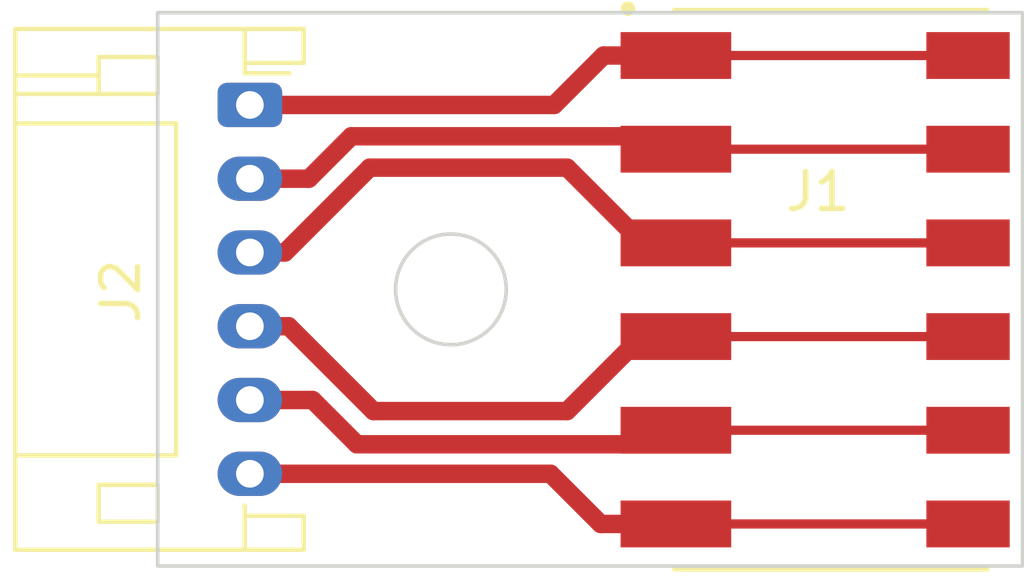
<source format=kicad_pcb>
(kicad_pcb (version 20211014) (generator pcbnew)
  (layers (0 "F.Cu" signal) (31 "B.Cu" signal) (34 "B.Paste" user) (35 "F.Paste" user) (36 "B.SilkS" user "B.Silkscreen") (37 "F.SilkS" user "F.Silkscreen") (38 "B.Mask" user) (39 "F.Mask" user) (44 "Edge.Cuts" user))
  (net 0 "")
  (net 1 "Net-(J1-Pad1)")
  (net 2 "Net-(J1-Pad11)")
  (net 3 "Net-(J1-Pad10)")
  (net 4 "Net-(J1-Pad4)")
  (net 5 "Net-(J1-Pad5)")
  (net 6 "Net-(J1-Pad6)")
  (footprint "70AAJ-6-M0G:BOURNS_70AAJ-6-M0G" (layer "F.Cu") (at 81.25 59.36)
    (fp_text reference "J1" (at -0.35 -2.66) (layer "F.SilkS"))
    (fp_text value "70AAJ-6-M0G" hide)
    (fp_line (start 4.24 7.58) (end -4.24 7.58) (layer "F.SilkS") (width 0.127))
    (fp_line (start 4.24 -7.58) (end -4.24 -7.58) (layer "F.SilkS") (width 0.127))
    (fp_circle (center -5.5 -7.62) (end -5.4 -7.62) (layer "F.SilkS") (width 0.2) (fill none))
    (pad "1" smd rect locked (at -4.2 -6.35) (size 3 1.27) (layers "F.Cu" "F.Paste" "F.Mask") (net 1 "Net-(J1-Pad1)"))
    (pad "2" smd rect locked (at -4.2 -3.81) (size 3 1.27) (layers "F.Cu" "F.Paste" "F.Mask") (net 2 "Net-(J1-Pad11)"))
    (pad "3" smd rect locked (at -4.2 -1.27) (size 3 1.27) (layers "F.Cu" "F.Paste" "F.Mask") (net 3 "Net-(J1-Pad10)"))
    (pad "4" smd rect locked (at -4.2 1.27) (size 3 1.27) (layers "F.Cu" "F.Paste" "F.Mask") (net 4 "Net-(J1-Pad4)"))
    (pad "5" smd rect locked (at -4.2 3.81) (size 3 1.27) (layers "F.Cu" "F.Paste" "F.Mask") (net 5 "Net-(J1-Pad5)"))
    (pad "6" smd rect locked (at -4.2 6.35) (size 3 1.27) (layers "F.Cu" "F.Paste" "F.Mask") (net 6 "Net-(J1-Pad6)"))
    (pad "7" smd rect locked (at 3.72 6.35) (size 2.26 1.27) (layers "F.Cu" "F.Paste" "F.Mask") (net 6 "Net-(J1-Pad6)"))
    (pad "8" smd rect locked (at 3.72 3.81) (size 2.26 1.27) (layers "F.Cu" "F.Paste" "F.Mask") (net 5 "Net-(J1-Pad5)"))
    (pad "9" smd rect locked (at 3.72 1.27) (size 2.26 1.27) (layers "F.Cu" "F.Paste" "F.Mask") (net 4 "Net-(J1-Pad4)"))
    (pad "10" smd rect locked (at 3.72 -1.27) (size 2.26 1.27) (layers "F.Cu" "F.Paste" "F.Mask") (net 3 "Net-(J1-Pad10)"))
    (pad "11" smd rect locked (at 3.72 -3.81) (size 2.26 1.27) (layers "F.Cu" "F.Paste" "F.Mask") (net 2 "Net-(J1-Pad11)"))
    (pad "12" smd rect locked (at 3.72 -6.35) (size 2.26 1.27) (layers "F.Cu" "F.Paste" "F.Mask") (net 1 "Net-(J1-Pad1)"))
  )
  (footprint "Connector_JST:JST_PH_S6B-PH-K_1x06_P2.00mm_Horizontal" (layer "F.Cu") (at 65.5 54.35 -90)
    (fp_text reference "J2" (at 5.05 3.5 90) (layer "F.SilkS"))
    (fp_text value "Conn_01x06" hide)
    (fp_line (start -0.3 4.1) (end -0.3 2.5) (layer "F.SilkS") (width 0.12))
    (fp_line (start -2.06 6.36) (end 12.06 6.36) (layer "F.SilkS") (width 0.12))
    (fp_line (start 11.3 4.1) (end 10.3 4.1) (layer "F.SilkS") (width 0.12))
    (fp_line (start -2.06 -1.46) (end -2.06 6.36) (layer "F.SilkS") (width 0.12))
    (fp_line (start 12.06 -1.46) (end 11.14 -1.46) (layer "F.SilkS") (width 0.12))
    (fp_line (start -0.3 4.1) (end -0.3 6.36) (layer "F.SilkS") (width 0.12))
    (fp_line (start 10.3 4.1) (end 10.3 2.5) (layer "F.SilkS") (width 0.12))
    (fp_line (start 12.06 6.36) (end 12.06 -1.46) (layer "F.SilkS") (width 0.12))
    (fp_line (start 12.06 0.14) (end 11.14 0.14) (layer "F.SilkS") (width 0.12))
    (fp_line (start 10.3 2.5) (end 11.3 2.5) (layer "F.SilkS") (width 0.12))
    (fp_line (start -1.3 2.5) (end -1.3 4.1) (layer "F.SilkS") (width 0.12))
    (fp_line (start 0.5 6.36) (end 0.5 2) (layer "F.SilkS") (width 0.12))
    (fp_line (start -1.14 -1.46) (end -2.06 -1.46) (layer "F.SilkS") (width 0.12))
    (fp_line (start -1.14 0.14) (end -1.14 -1.46) (layer "F.SilkS") (width 0.12))
    (fp_line (start -0.3 2.5) (end -1.3 2.5) (layer "F.SilkS") (width 0.12))
    (fp_line (start -1.3 4.1) (end -0.3 4.1) (layer "F.SilkS") (width 0.12))
    (fp_line (start -0.86 0.14) (end -0.86 -1.075) (layer "F.SilkS") (width 0.12))
    (fp_line (start 11.3 2.5) (end 11.3 4.1) (layer "F.SilkS") (width 0.12))
    (fp_line (start -2.06 0.14) (end -1.14 0.14) (layer "F.SilkS") (width 0.12))
    (fp_line (start 0.5 2) (end 9.5 2) (layer "F.SilkS") (width 0.12))
    (fp_line (start 11.14 0.14) (end 10.86 0.14) (layer "F.SilkS") (width 0.12))
    (fp_line (start -0.86 0.14) (end -1.14 0.14) (layer "F.SilkS") (width 0.12))
    (fp_line (start 11.14 -1.46) (end 11.14 0.14) (layer "F.SilkS") (width 0.12))
    (fp_line (start -0.8 4.1) (end -0.8 6.36) (layer "F.SilkS") (width 0.12))
    (fp_line (start 9.5 2) (end 9.5 6.36) (layer "F.SilkS") (width 0.12))
    (pad "1" thru_hole roundrect (at 0 0 270) (size 1.2 1.75) (drill 0.75) (layers *.Cu *.Mask) (roundrect_rratio 0.208333) (net 1 "Net-(J1-Pad1)"))
    (pad "2" thru_hole oval (at 2 0 270) (size 1.2 1.75) (drill 0.75) (layers *.Cu *.Mask) (net 2 "Net-(J1-Pad11)"))
    (pad "3" thru_hole oval (at 4 0 270) (size 1.2 1.75) (drill 0.75) (layers *.Cu *.Mask) (net 3 "Net-(J1-Pad10)"))
    (pad "4" thru_hole oval (at 6 0 270) (size 1.2 1.75) (drill 0.75) (layers *.Cu *.Mask) (net 4 "Net-(J1-Pad4)"))
    (pad "5" thru_hole oval (at 8 0 270) (size 1.2 1.75) (drill 0.75) (layers *.Cu *.Mask) (net 5 "Net-(J1-Pad5)"))
    (pad "6" thru_hole oval (at 10 0 270) (size 1.2 1.75) (drill 0.75) (layers *.Cu *.Mask) (net 6 "Net-(J1-Pad6)"))
  )
  (gr_circle locked (center 70.95 59.35) (end 72.45 59.35) (layer "Edge.Cuts") (width 0.1) (fill none))
  (gr_rect locked (start 63 51.85) (end 86.45 66.85) (layer "Edge.Cuts") (width 0.1) (fill none))
  (segment (start 77.53 53.01) (end 84.97 53.01) (width 0.25) (layer "F.Cu") (net 1))
  (segment (start 73.75 54.35) (end 75.09 53.01) (width 0.5) (layer "F.Cu") (net 1))
  (segment (start 75.09 53.01) (end 77.53 53.01) (width 0.5) (layer "F.Cu") (net 1))
  (segment (start 65.8 54.35) (end 73.75 54.35) (width 0.5) (layer "F.Cu") (net 1))
  (segment (start 65.8 56.35) (end 67.1 56.35) (width 0.5) (layer "F.Cu") (net 2))
  (segment (start 67.1 56.35) (end 68.25 55.2) (width 0.5) (layer "F.Cu") (net 2))
  (segment (start 77.18 55.2) (end 77.53 55.55) (width 0.5) (layer "F.Cu") (net 2))
  (segment (start 77.53 55.55) (end 84.97 55.55) (width 0.25) (layer "F.Cu") (net 2))
  (segment (start 68.25 55.2) (end 77.18 55.2) (width 0.5) (layer "F.Cu") (net 2))
  (segment (start 66.45 58.35) (end 68.75 56.05) (width 0.5) (layer "F.Cu") (net 3))
  (segment (start 74.1 56.05) (end 76.14 58.09) (width 0.5) (layer "F.Cu") (net 3))
  (segment (start 65.8 58.35) (end 66.45 58.35) (width 0.5) (layer "F.Cu") (net 3))
  (segment (start 77.53 58.09) (end 84.97 58.09) (width 0.25) (layer "F.Cu") (net 3))
  (segment (start 76.14 58.09) (end 77.53 58.09) (width 0.5) (layer "F.Cu") (net 3))
  (segment (start 68.75 56.05) (end 74.1 56.05) (width 0.5) (layer "F.Cu") (net 3))
  (segment (start 74.1 62.65) (end 76.12 60.63) (width 0.5) (layer "F.Cu") (net 4))
  (segment (start 65.8 60.35) (end 66.55 60.35) (width 0.5) (layer "F.Cu") (net 4))
  (segment (start 68.85 62.65) (end 74.1 62.65) (width 0.5) (layer "F.Cu") (net 4))
  (segment (start 76.12 60.63) (end 77.53 60.63) (width 0.5) (layer "F.Cu") (net 4))
  (segment (start 77.53 60.63) (end 84.97 60.63) (width 0.25) (layer "F.Cu") (net 4))
  (segment (start 66.55 60.35) (end 68.85 62.65) (width 0.5) (layer "F.Cu") (net 4))
  (segment (start 68.4 63.55) (end 77.15 63.55) (width 0.5) (layer "F.Cu") (net 5))
  (segment (start 67.2 62.35) (end 68.4 63.55) (width 0.5) (layer "F.Cu") (net 5))
  (segment (start 77.53 63.17) (end 84.97 63.17) (width 0.25) (layer "F.Cu") (net 5))
  (segment (start 77.15 63.55) (end 77.53 63.17) (width 0.5) (layer "F.Cu") (net 5))
  (segment (start 65.8 62.35) (end 67.2 62.35) (width 0.5) (layer "F.Cu") (net 5))
  (segment (start 65.8 64.35) (end 73.65 64.35) (width 0.5) (layer "F.Cu") (net 6))
  (segment (start 73.65 64.35) (end 75.01 65.71) (width 0.5) (layer "F.Cu") (net 6))
  (segment (start 75.01 65.71) (end 77.53 65.71) (width 0.5) (layer "F.Cu") (net 6))
  (segment (start 77.53 65.71) (end 84.97 65.71) (width 0.25) (layer "F.Cu") (net 6))
)
</source>
